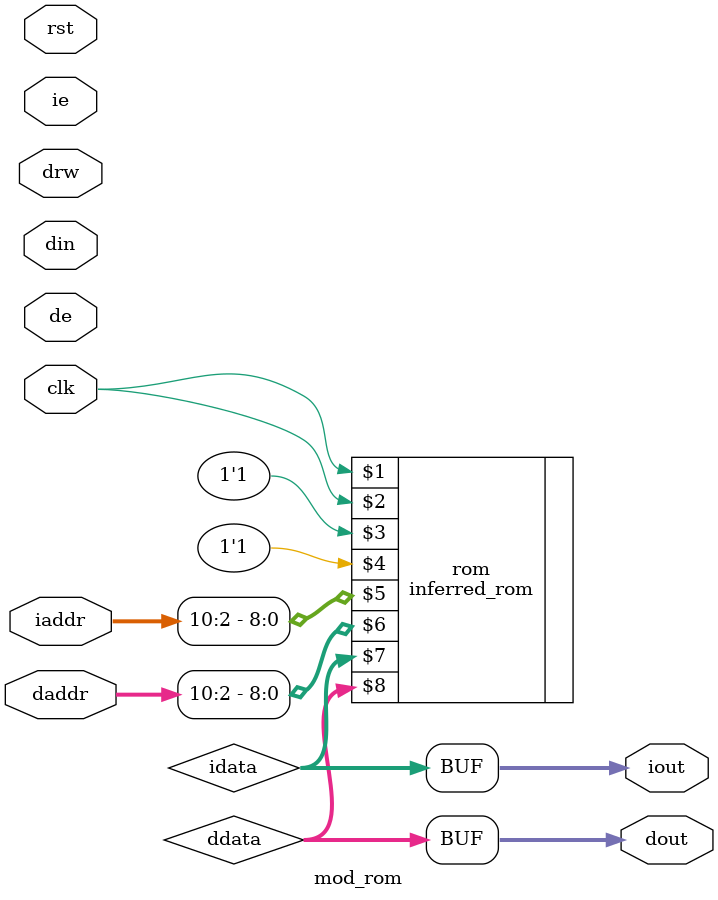
<source format=v>
/*
    Copyright 2010 David Fritz, Brian Gordon, Wira Mulia

    This program is free software: you can redistribute it and/or modify
    it under the terms of the GNU General Public License as published by
    the Free Software Foundation, either version 3 of the License, or
    (at your option) any later version.

    This program is distributed in the hope that it will be useful,
    but WITHOUT ANY WARRANTY; without even the implied warranty of
    MERCHANTABILITY or FITNESS FOR A PARTICULAR PURPOSE.  See the
    GNU General Public License for more details.

    You should have received a copy of the GNU General Public License
    along with this program.  If not, see <http://www.gnu.org/licenses/>.

 */


/*
David Fritz

ROM module, which uses an inferred ram
*/

module mod_rom(rst, clk, ie, de, iaddr, daddr, drw, din, iout, dout);
	input rst;
	input clk;
	input ie,de;
	input [31:0] iaddr, daddr;
	input [1:0] drw;
	input [31:0] din;
	output [31:0] iout, dout;

	/* by spec, the iout and dout signals must go hiZ when we're not using them */
	wire [31:0] idata, ddata;
	assign iout = idata;
	assign dout = ddata;

        inferred_rom rom(clk,clk,1'b1,1'b1,iaddr[10:2],daddr[10:2],idata,ddata);
endmodule

</source>
